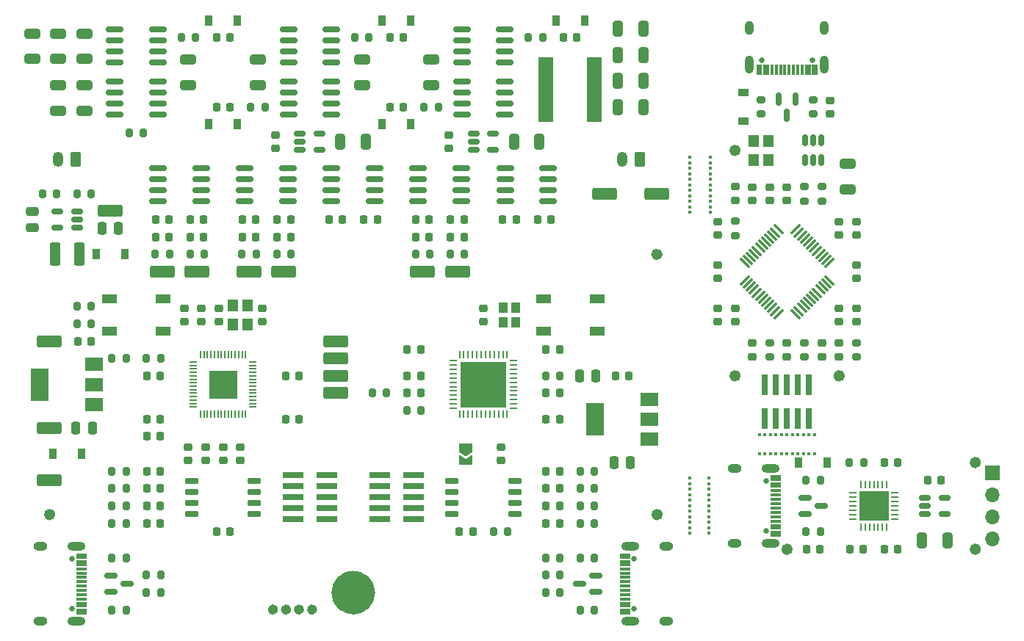
<source format=gbr>
G04 #@! TF.GenerationSoftware,KiCad,Pcbnew,(6.0.7)*
G04 #@! TF.CreationDate,2023-01-27T22:21:26-08:00*
G04 #@! TF.ProjectId,FcmlPanel,46636d6c-5061-46e6-956c-2e6b69636164,rev?*
G04 #@! TF.SameCoordinates,Original*
G04 #@! TF.FileFunction,Soldermask,Top*
G04 #@! TF.FilePolarity,Negative*
%FSLAX46Y46*%
G04 Gerber Fmt 4.6, Leading zero omitted, Abs format (unit mm)*
G04 Created by KiCad (PCBNEW (6.0.7)) date 2023-01-27 22:21:26*
%MOMM*%
%LPD*%
G01*
G04 APERTURE LIST*
G04 Aperture macros list*
%AMRoundRect*
0 Rectangle with rounded corners*
0 $1 Rounding radius*
0 $2 $3 $4 $5 $6 $7 $8 $9 X,Y pos of 4 corners*
0 Add a 4 corners polygon primitive as box body*
4,1,4,$2,$3,$4,$5,$6,$7,$8,$9,$2,$3,0*
0 Add four circle primitives for the rounded corners*
1,1,$1+$1,$2,$3*
1,1,$1+$1,$4,$5*
1,1,$1+$1,$6,$7*
1,1,$1+$1,$8,$9*
0 Add four rect primitives between the rounded corners*
20,1,$1+$1,$2,$3,$4,$5,0*
20,1,$1+$1,$4,$5,$6,$7,0*
20,1,$1+$1,$6,$7,$8,$9,0*
20,1,$1+$1,$8,$9,$2,$3,0*%
%AMFreePoly0*
4,1,6,1.000000,0.000000,0.500000,-0.750000,-0.500000,-0.750000,-0.500000,0.750000,0.500000,0.750000,1.000000,0.000000,1.000000,0.000000,$1*%
%AMFreePoly1*
4,1,6,0.500000,-0.750000,-0.650000,-0.750000,-0.150000,0.000000,-0.650000,0.750000,0.500000,0.750000,0.500000,-0.750000,0.500000,-0.750000,$1*%
G04 Aperture macros list end*
%ADD10C,0.700000*%
%ADD11C,0.650000*%
%ADD12C,2.500000*%
%ADD13RoundRect,0.225000X-0.250000X0.225000X-0.250000X-0.225000X0.250000X-0.225000X0.250000X0.225000X0*%
%ADD14RoundRect,0.225000X0.225000X0.250000X-0.225000X0.250000X-0.225000X-0.250000X0.225000X-0.250000X0*%
%ADD15RoundRect,0.150000X-0.825000X-0.150000X0.825000X-0.150000X0.825000X0.150000X-0.825000X0.150000X0*%
%ADD16RoundRect,0.218750X0.218750X0.256250X-0.218750X0.256250X-0.218750X-0.256250X0.218750X-0.256250X0*%
%ADD17RoundRect,0.150000X0.512500X0.150000X-0.512500X0.150000X-0.512500X-0.150000X0.512500X-0.150000X0*%
%ADD18RoundRect,0.250000X0.350000X0.625000X-0.350000X0.625000X-0.350000X-0.625000X0.350000X-0.625000X0*%
%ADD19O,1.200000X1.750000*%
%ADD20RoundRect,0.250000X-0.650000X0.325000X-0.650000X-0.325000X0.650000X-0.325000X0.650000X0.325000X0*%
%ADD21C,0.650000*%
%ADD22R,1.150000X0.300000*%
%ADD23O,1.600000X1.000000*%
%ADD24O,2.100000X1.000000*%
%ADD25RoundRect,0.225000X-0.225000X-0.250000X0.225000X-0.250000X0.225000X0.250000X-0.225000X0.250000X0*%
%ADD26FreePoly0,270.000000*%
%ADD27FreePoly1,270.000000*%
%ADD28RoundRect,0.200000X0.200000X0.275000X-0.200000X0.275000X-0.200000X-0.275000X0.200000X-0.275000X0*%
%ADD29RoundRect,0.150000X0.650000X0.150000X-0.650000X0.150000X-0.650000X-0.150000X0.650000X-0.150000X0*%
%ADD30RoundRect,0.200000X-0.200000X-0.275000X0.200000X-0.275000X0.200000X0.275000X-0.200000X0.275000X0*%
%ADD31RoundRect,0.250000X-0.250000X-0.475000X0.250000X-0.475000X0.250000X0.475000X-0.250000X0.475000X0*%
%ADD32R,2.400000X0.740000*%
%ADD33RoundRect,0.250000X-0.375000X-1.075000X0.375000X-1.075000X0.375000X1.075000X-0.375000X1.075000X0*%
%ADD34RoundRect,0.218750X-0.218750X-0.256250X0.218750X-0.256250X0.218750X0.256250X-0.218750X0.256250X0*%
%ADD35R,1.800000X1.100000*%
%ADD36RoundRect,0.150000X0.825000X0.150000X-0.825000X0.150000X-0.825000X-0.150000X0.825000X-0.150000X0*%
%ADD37RoundRect,0.250000X-0.325000X-0.650000X0.325000X-0.650000X0.325000X0.650000X-0.325000X0.650000X0*%
%ADD38RoundRect,0.250000X-1.175000X-0.450000X1.175000X-0.450000X1.175000X0.450000X-1.175000X0.450000X0*%
%ADD39RoundRect,0.225000X0.250000X-0.225000X0.250000X0.225000X-0.250000X0.225000X-0.250000X-0.225000X0*%
%ADD40R,1.800000X7.500000*%
%ADD41RoundRect,0.150000X-0.587500X-0.150000X0.587500X-0.150000X0.587500X0.150000X-0.587500X0.150000X0*%
%ADD42R,1.200000X1.400000*%
%ADD43C,1.152000*%
%ADD44RoundRect,0.250000X0.250000X0.475000X-0.250000X0.475000X-0.250000X-0.475000X0.250000X-0.475000X0*%
%ADD45RoundRect,0.150000X-0.512500X-0.150000X0.512500X-0.150000X0.512500X0.150000X-0.512500X0.150000X0*%
%ADD46R,0.900000X1.200000*%
%ADD47RoundRect,0.050000X0.387500X0.050000X-0.387500X0.050000X-0.387500X-0.050000X0.387500X-0.050000X0*%
%ADD48RoundRect,0.050000X0.050000X0.387500X-0.050000X0.387500X-0.050000X-0.387500X0.050000X-0.387500X0*%
%ADD49R,3.200000X3.200000*%
%ADD50RoundRect,0.250000X0.475000X-0.250000X0.475000X0.250000X-0.475000X0.250000X-0.475000X-0.250000X0*%
%ADD51RoundRect,0.150000X0.587500X0.150000X-0.587500X0.150000X-0.587500X-0.150000X0.587500X-0.150000X0*%
%ADD52R,2.000000X1.500000*%
%ADD53R,2.000000X3.800000*%
%ADD54R,1.000000X1.150000*%
%ADD55RoundRect,0.062500X-0.337500X-0.062500X0.337500X-0.062500X0.337500X0.062500X-0.337500X0.062500X0*%
%ADD56RoundRect,0.062500X-0.062500X-0.337500X0.062500X-0.337500X0.062500X0.337500X-0.062500X0.337500X0*%
%ADD57R,5.300000X5.300000*%
%ADD58C,0.380000*%
%ADD59RoundRect,0.200000X0.275000X-0.200000X0.275000X0.200000X-0.275000X0.200000X-0.275000X-0.200000X0*%
%ADD60RoundRect,0.218750X-0.256250X0.218750X-0.256250X-0.218750X0.256250X-0.218750X0.256250X0.218750X0*%
%ADD61RoundRect,0.250000X0.650000X-0.325000X0.650000X0.325000X-0.650000X0.325000X-0.650000X-0.325000X0*%
%ADD62RoundRect,0.150000X0.150000X-0.512500X0.150000X0.512500X-0.150000X0.512500X-0.150000X-0.512500X0*%
%ADD63RoundRect,0.150000X-0.150000X0.587500X-0.150000X-0.587500X0.150000X-0.587500X0.150000X0.587500X0*%
%ADD64RoundRect,0.200000X-0.275000X0.200000X-0.275000X-0.200000X0.275000X-0.200000X0.275000X0.200000X0*%
%ADD65RoundRect,0.218750X0.256250X-0.218750X0.256250X0.218750X-0.256250X0.218750X-0.256250X-0.218750X0*%
%ADD66R,0.740000X2.400000*%
%ADD67R,3.350000X3.350000*%
%ADD68RoundRect,0.250000X0.325000X0.650000X-0.325000X0.650000X-0.325000X-0.650000X0.325000X-0.650000X0*%
%ADD69R,0.300000X1.150000*%
%ADD70O,1.000000X2.100000*%
%ADD71O,1.000000X1.600000*%
%ADD72R,1.700000X1.700000*%
%ADD73O,1.700000X1.700000*%
%ADD74RoundRect,0.075000X-0.521491X0.415425X0.415425X-0.521491X0.521491X-0.415425X-0.415425X0.521491X0*%
%ADD75RoundRect,0.075000X-0.521491X-0.415425X-0.415425X-0.521491X0.521491X0.415425X0.415425X0.521491X0*%
%ADD76R,1.200000X0.900000*%
G04 APERTURE END LIST*
D10*
X56000000Y-170957228D02*
G75*
G03*
X56000000Y-170957228I-250000J0D01*
G01*
X59000000Y-170957228D02*
G75*
G03*
X59000000Y-170957228I-250000J0D01*
G01*
X60500000Y-170957228D02*
G75*
G03*
X60500000Y-170957228I-250000J0D01*
G01*
X57500000Y-170957228D02*
G75*
G03*
X57500000Y-170957228I-250000J0D01*
G01*
D11*
X100325000Y-130000000D02*
G75*
G03*
X100325000Y-130000000I-325000J0D01*
G01*
D12*
X66250000Y-169000000D02*
G75*
G03*
X66250000Y-169000000I-1250000J0D01*
G01*
D11*
X30325000Y-160000000D02*
G75*
G03*
X30325000Y-160000000I-325000J0D01*
G01*
X100350000Y-160000000D02*
G75*
G03*
X100350000Y-160000000I-325000J0D01*
G01*
X137032107Y-154000000D02*
G75*
G03*
X137032107Y-154000000I-325000J0D01*
G01*
X137032107Y-164000000D02*
G75*
G03*
X137032107Y-164000000I-325000J0D01*
G01*
X109325000Y-144000000D02*
G75*
G03*
X109325000Y-144000000I-325000J0D01*
G01*
X115325000Y-164000000D02*
G75*
G03*
X115325000Y-164000000I-325000J0D01*
G01*
X109325000Y-118000000D02*
G75*
G03*
X109325000Y-118000000I-325000J0D01*
G01*
X121325000Y-144000000D02*
G75*
G03*
X121325000Y-144000000I-325000J0D01*
G01*
D13*
X82000000Y-152225000D03*
X82000000Y-153775000D03*
D14*
X73775000Y-126000000D03*
X72225000Y-126000000D03*
D15*
X62505000Y-120095000D03*
X62505000Y-121365000D03*
X62505000Y-122635000D03*
X62505000Y-123905000D03*
X67455000Y-123905000D03*
X67455000Y-122635000D03*
X67455000Y-121365000D03*
X67455000Y-120095000D03*
D14*
X42775000Y-144000000D03*
X41225000Y-144000000D03*
X42775000Y-149000000D03*
X41225000Y-149000000D03*
D16*
X88787500Y-157000000D03*
X87212500Y-157000000D03*
D17*
X33137500Y-126950000D03*
X33137500Y-126000000D03*
X33137500Y-125050000D03*
X30862500Y-125050000D03*
X30862500Y-126950000D03*
D16*
X88787500Y-155000000D03*
X87212500Y-155000000D03*
D18*
X98000000Y-119000000D03*
D19*
X96000000Y-119000000D03*
D20*
X28000000Y-104525000D03*
X28000000Y-107475000D03*
D14*
X72775000Y-141000000D03*
X71225000Y-141000000D03*
D21*
X32605000Y-170890000D03*
X32605000Y-165110000D03*
D22*
X33670000Y-164650000D03*
X33670000Y-165450000D03*
X33670000Y-166750000D03*
X33670000Y-167750000D03*
X33670000Y-168250000D03*
X33670000Y-169250000D03*
X33670000Y-170550000D03*
X33670000Y-171350000D03*
X33670000Y-171050000D03*
X33670000Y-170250000D03*
X33670000Y-169750000D03*
X33670000Y-168750000D03*
X33670000Y-167250000D03*
X33670000Y-166250000D03*
X33670000Y-165750000D03*
X33670000Y-164950000D03*
D23*
X28925000Y-172320000D03*
D24*
X33105000Y-163680000D03*
D23*
X28925000Y-163680000D03*
D24*
X33105000Y-172320000D03*
D25*
X42225000Y-128000000D03*
X43775000Y-128000000D03*
D26*
X78000000Y-152275000D03*
D27*
X78000000Y-153725000D03*
D28*
X38825000Y-161000000D03*
X37175000Y-161000000D03*
D29*
X83600000Y-159905000D03*
X83600000Y-158635000D03*
X83600000Y-157365000D03*
X83600000Y-156095000D03*
X76400000Y-156095000D03*
X76400000Y-157365000D03*
X76400000Y-158635000D03*
X76400000Y-159905000D03*
D30*
X87175000Y-165000000D03*
X88825000Y-165000000D03*
D31*
X95050000Y-154000000D03*
X96950000Y-154000000D03*
D25*
X56225000Y-126000000D03*
X57775000Y-126000000D03*
D20*
X46000000Y-107525000D03*
X46000000Y-110475000D03*
D13*
X48000000Y-152225000D03*
X48000000Y-153775000D03*
D20*
X34000000Y-110525000D03*
X34000000Y-113475000D03*
D28*
X38825000Y-159000000D03*
X37175000Y-159000000D03*
D25*
X46225000Y-126000000D03*
X47775000Y-126000000D03*
D28*
X42825000Y-169000000D03*
X41175000Y-169000000D03*
X38825000Y-157000000D03*
X37175000Y-157000000D03*
D30*
X73175000Y-113000000D03*
X74825000Y-113000000D03*
D32*
X68050000Y-155460000D03*
X71950000Y-155460000D03*
X68050000Y-156730000D03*
X71950000Y-156730000D03*
X68050000Y-158000000D03*
X71950000Y-158000000D03*
X68050000Y-159270000D03*
X71950000Y-159270000D03*
X68050000Y-160540000D03*
X71950000Y-160540000D03*
D33*
X30600000Y-130000000D03*
X33400000Y-130000000D03*
D28*
X30825000Y-123000000D03*
X29175000Y-123000000D03*
D34*
X41212500Y-157000000D03*
X42787500Y-157000000D03*
D21*
X97395000Y-165110000D03*
X97395000Y-170890000D03*
D22*
X96330000Y-171350000D03*
X96330000Y-170550000D03*
X96330000Y-169250000D03*
X96330000Y-168250000D03*
X96330000Y-167750000D03*
X96330000Y-166750000D03*
X96330000Y-165450000D03*
X96330000Y-164650000D03*
X96330000Y-164950000D03*
X96330000Y-165750000D03*
X96330000Y-166250000D03*
X96330000Y-167250000D03*
X96330000Y-168750000D03*
X96330000Y-169750000D03*
X96330000Y-170250000D03*
X96330000Y-171050000D03*
D24*
X96895000Y-163680000D03*
D23*
X101075000Y-172320000D03*
D24*
X96895000Y-172320000D03*
D23*
X101075000Y-163680000D03*
D35*
X36900000Y-135150000D03*
X43100000Y-135150000D03*
X36900000Y-138850000D03*
X43100000Y-138850000D03*
D14*
X72775000Y-144000000D03*
X71225000Y-144000000D03*
D15*
X52505000Y-120095000D03*
X52505000Y-121365000D03*
X52505000Y-122635000D03*
X52505000Y-123905000D03*
X57455000Y-123905000D03*
X57455000Y-122635000D03*
X57455000Y-121365000D03*
X57455000Y-120095000D03*
D14*
X50775000Y-113000000D03*
X49225000Y-113000000D03*
D25*
X46225000Y-128000000D03*
X47775000Y-128000000D03*
D30*
X91175000Y-171000000D03*
X92825000Y-171000000D03*
D36*
X82475000Y-107905000D03*
X82475000Y-106635000D03*
X82475000Y-105365000D03*
X82475000Y-104095000D03*
X77525000Y-104095000D03*
X77525000Y-105365000D03*
X77525000Y-106635000D03*
X77525000Y-107905000D03*
D25*
X57225000Y-144000000D03*
X58775000Y-144000000D03*
D14*
X53775000Y-126000000D03*
X52225000Y-126000000D03*
D37*
X95525000Y-104000000D03*
X98475000Y-104000000D03*
D28*
X42825000Y-167000000D03*
X41175000Y-167000000D03*
D38*
X43000000Y-132000000D03*
D34*
X41212500Y-159000000D03*
X42787500Y-159000000D03*
D25*
X87225000Y-146000000D03*
X88775000Y-146000000D03*
D28*
X88825000Y-144000000D03*
X87175000Y-144000000D03*
X46825000Y-105000000D03*
X45175000Y-105000000D03*
D15*
X82505000Y-120095000D03*
X82505000Y-121365000D03*
X82505000Y-122635000D03*
X82505000Y-123905000D03*
X87455000Y-123905000D03*
X87455000Y-122635000D03*
X87455000Y-121365000D03*
X87455000Y-120095000D03*
D20*
X74000000Y-107525000D03*
X74000000Y-110475000D03*
D38*
X63000000Y-146000000D03*
D20*
X31000000Y-110525000D03*
X31000000Y-113475000D03*
D28*
X47825000Y-130000000D03*
X46175000Y-130000000D03*
X34825000Y-123000000D03*
X33175000Y-123000000D03*
D25*
X87225000Y-141000000D03*
X88775000Y-141000000D03*
D20*
X34000000Y-104525000D03*
X34000000Y-107475000D03*
D37*
X63525000Y-117000000D03*
X66475000Y-117000000D03*
D25*
X72225000Y-128000000D03*
X73775000Y-128000000D03*
X89225000Y-105000000D03*
X90775000Y-105000000D03*
D39*
X47500000Y-137775000D03*
X47500000Y-136225000D03*
D25*
X76225000Y-128000000D03*
X77775000Y-128000000D03*
D40*
X87200000Y-111000000D03*
X92800000Y-111000000D03*
D38*
X63000000Y-142000000D03*
X100000000Y-123000000D03*
D30*
X71175000Y-148000000D03*
X72825000Y-148000000D03*
D29*
X53600000Y-159905000D03*
X53600000Y-158635000D03*
X53600000Y-157365000D03*
X53600000Y-156095000D03*
X46400000Y-156095000D03*
X46400000Y-157365000D03*
X46400000Y-158635000D03*
X46400000Y-159905000D03*
D20*
X66000000Y-107525000D03*
X66000000Y-110475000D03*
D41*
X37062500Y-167050000D03*
X37062500Y-168950000D03*
X38937500Y-168000000D03*
D30*
X91175000Y-161000000D03*
X92825000Y-161000000D03*
D25*
X87225000Y-149000000D03*
X88775000Y-149000000D03*
D15*
X57525000Y-110095000D03*
X57525000Y-111365000D03*
X57525000Y-112635000D03*
X57525000Y-113905000D03*
X62475000Y-113905000D03*
X62475000Y-112635000D03*
X62475000Y-111365000D03*
X62475000Y-110095000D03*
D25*
X56225000Y-128000000D03*
X57775000Y-128000000D03*
D42*
X52850000Y-138100000D03*
X52850000Y-135900000D03*
X51150000Y-135900000D03*
X51150000Y-138100000D03*
D28*
X66825000Y-105000000D03*
X65175000Y-105000000D03*
X57825000Y-130000000D03*
X56175000Y-130000000D03*
D30*
X91175000Y-165000000D03*
X92825000Y-165000000D03*
D43*
X100000000Y-130000000D03*
D16*
X88787500Y-159000000D03*
X87212500Y-159000000D03*
D36*
X42475000Y-107905000D03*
X42475000Y-106635000D03*
X42475000Y-105365000D03*
X42475000Y-104095000D03*
X37525000Y-104095000D03*
X37525000Y-105365000D03*
X37525000Y-106635000D03*
X37525000Y-107905000D03*
D28*
X77825000Y-130000000D03*
X76175000Y-130000000D03*
D30*
X87175000Y-167000000D03*
X88825000Y-167000000D03*
D14*
X43775000Y-126000000D03*
X42225000Y-126000000D03*
D13*
X50000000Y-152225000D03*
X50000000Y-153775000D03*
D25*
X69225000Y-105000000D03*
X70775000Y-105000000D03*
D28*
X38825000Y-142000000D03*
X37175000Y-142000000D03*
X86825000Y-105000000D03*
X85175000Y-105000000D03*
D44*
X37950000Y-127000000D03*
X36050000Y-127000000D03*
D25*
X66225000Y-126000000D03*
X67775000Y-126000000D03*
D30*
X81175000Y-162000000D03*
X82825000Y-162000000D03*
D25*
X52225000Y-128000000D03*
X53775000Y-128000000D03*
D38*
X30000000Y-156000000D03*
D14*
X42775000Y-151000000D03*
X41225000Y-151000000D03*
D28*
X38825000Y-155000000D03*
X37175000Y-155000000D03*
D45*
X58862500Y-116050000D03*
X58862500Y-117000000D03*
X58862500Y-117950000D03*
X61137500Y-117950000D03*
X61137500Y-116050000D03*
D46*
X30350000Y-153000000D03*
X33650000Y-153000000D03*
D28*
X53825000Y-130000000D03*
X52175000Y-130000000D03*
D37*
X95525000Y-113000000D03*
X98475000Y-113000000D03*
D28*
X38825000Y-171000000D03*
X37175000Y-171000000D03*
D46*
X68350000Y-103000000D03*
X71650000Y-103000000D03*
D13*
X49500000Y-136225000D03*
X49500000Y-137775000D03*
D16*
X88787500Y-161000000D03*
X87212500Y-161000000D03*
D38*
X63000000Y-144000000D03*
D34*
X41212500Y-155000000D03*
X42787500Y-155000000D03*
D13*
X80000000Y-136225000D03*
X80000000Y-137775000D03*
D25*
X95225000Y-144000000D03*
X96775000Y-144000000D03*
D15*
X37525000Y-110095000D03*
X37525000Y-111365000D03*
X37525000Y-112635000D03*
X37525000Y-113905000D03*
X42475000Y-113905000D03*
X42475000Y-112635000D03*
X42475000Y-111365000D03*
X42475000Y-110095000D03*
X72505000Y-120095000D03*
X72505000Y-121365000D03*
X72505000Y-122635000D03*
X72505000Y-123905000D03*
X77455000Y-123905000D03*
X77455000Y-122635000D03*
X77455000Y-121365000D03*
X77455000Y-120095000D03*
D28*
X68825000Y-146000000D03*
X67175000Y-146000000D03*
D38*
X94000000Y-123000000D03*
D25*
X33225000Y-140000000D03*
X34775000Y-140000000D03*
D46*
X48350000Y-103000000D03*
X51650000Y-103000000D03*
D38*
X47000000Y-132000000D03*
X53000000Y-132000000D03*
D43*
X30000000Y-160000000D03*
D28*
X73825000Y-130000000D03*
X72175000Y-130000000D03*
D30*
X33175000Y-136000000D03*
X34825000Y-136000000D03*
D31*
X91050000Y-144000000D03*
X92950000Y-144000000D03*
D34*
X41212500Y-161000000D03*
X42787500Y-161000000D03*
D47*
X53437500Y-147600000D03*
X53437500Y-147200000D03*
X53437500Y-146800000D03*
X53437500Y-146400000D03*
X53437500Y-146000000D03*
X53437500Y-145600000D03*
X53437500Y-145200000D03*
X53437500Y-144800000D03*
X53437500Y-144400000D03*
X53437500Y-144000000D03*
X53437500Y-143600000D03*
X53437500Y-143200000D03*
X53437500Y-142800000D03*
X53437500Y-142400000D03*
D48*
X52600000Y-141562500D03*
X52200000Y-141562500D03*
X51800000Y-141562500D03*
X51400000Y-141562500D03*
X51000000Y-141562500D03*
X50600000Y-141562500D03*
X50200000Y-141562500D03*
X49800000Y-141562500D03*
X49400000Y-141562500D03*
X49000000Y-141562500D03*
X48600000Y-141562500D03*
X48200000Y-141562500D03*
X47800000Y-141562500D03*
X47400000Y-141562500D03*
D47*
X46562500Y-142400000D03*
X46562500Y-142800000D03*
X46562500Y-143200000D03*
X46562500Y-143600000D03*
X46562500Y-144000000D03*
X46562500Y-144400000D03*
X46562500Y-144800000D03*
X46562500Y-145200000D03*
X46562500Y-145600000D03*
X46562500Y-146000000D03*
X46562500Y-146400000D03*
X46562500Y-146800000D03*
X46562500Y-147200000D03*
X46562500Y-147600000D03*
D48*
X47400000Y-148437500D03*
X47800000Y-148437500D03*
X48200000Y-148437500D03*
X48600000Y-148437500D03*
X49000000Y-148437500D03*
X49400000Y-148437500D03*
X49800000Y-148437500D03*
X50200000Y-148437500D03*
X50600000Y-148437500D03*
X51000000Y-148437500D03*
X51400000Y-148437500D03*
X51800000Y-148437500D03*
X52200000Y-148437500D03*
X52600000Y-148437500D03*
D49*
X50000000Y-145000000D03*
D30*
X91175000Y-155000000D03*
X92825000Y-155000000D03*
D13*
X56000000Y-116225000D03*
X56000000Y-117775000D03*
D50*
X28000000Y-126950000D03*
X28000000Y-125050000D03*
D30*
X91175000Y-157000000D03*
X92825000Y-157000000D03*
D37*
X95525000Y-110000000D03*
X98475000Y-110000000D03*
D18*
X33000000Y-119000000D03*
D19*
X31000000Y-119000000D03*
D20*
X31000000Y-104525000D03*
X31000000Y-107475000D03*
D34*
X71212500Y-146000000D03*
X72787500Y-146000000D03*
D13*
X76000000Y-116225000D03*
X76000000Y-117775000D03*
D30*
X91175000Y-159000000D03*
X92825000Y-159000000D03*
D28*
X38825000Y-165000000D03*
X37175000Y-165000000D03*
D37*
X83525000Y-117000000D03*
X86475000Y-117000000D03*
D39*
X54500000Y-137775000D03*
X54500000Y-136225000D03*
D38*
X37000000Y-125000000D03*
D51*
X92937500Y-168950000D03*
X92937500Y-167050000D03*
X91062500Y-168000000D03*
D46*
X51650000Y-115000000D03*
X48350000Y-115000000D03*
D30*
X87175000Y-169000000D03*
X88825000Y-169000000D03*
D38*
X77000000Y-132000000D03*
D25*
X49225000Y-105000000D03*
X50775000Y-105000000D03*
D46*
X38650000Y-130000000D03*
X35350000Y-130000000D03*
D13*
X52000000Y-152225000D03*
X52000000Y-153775000D03*
D25*
X77225000Y-162000000D03*
X78775000Y-162000000D03*
D36*
X62475000Y-107905000D03*
X62475000Y-106635000D03*
X62475000Y-105365000D03*
X62475000Y-104095000D03*
X57525000Y-104095000D03*
X57525000Y-105365000D03*
X57525000Y-106635000D03*
X57525000Y-107905000D03*
D13*
X46000000Y-152225000D03*
X46000000Y-153775000D03*
D14*
X83775000Y-126000000D03*
X82225000Y-126000000D03*
D38*
X30000000Y-150000000D03*
D37*
X95525000Y-107000000D03*
X98475000Y-107000000D03*
D20*
X54000000Y-107525000D03*
X54000000Y-110475000D03*
D38*
X73000000Y-132000000D03*
D25*
X57225000Y-149000000D03*
X58775000Y-149000000D03*
D28*
X42825000Y-142000000D03*
X41175000Y-142000000D03*
D38*
X30000000Y-140000000D03*
D45*
X78862500Y-116050000D03*
X78862500Y-117000000D03*
X78862500Y-117950000D03*
X81137500Y-117950000D03*
X81137500Y-116050000D03*
D14*
X70775000Y-113000000D03*
X69225000Y-113000000D03*
D15*
X77525000Y-110095000D03*
X77525000Y-111365000D03*
X77525000Y-112635000D03*
X77525000Y-113905000D03*
X82475000Y-113905000D03*
X82475000Y-112635000D03*
X82475000Y-111365000D03*
X82475000Y-110095000D03*
D25*
X49225000Y-162000000D03*
X50775000Y-162000000D03*
D31*
X33050000Y-150000000D03*
X34950000Y-150000000D03*
D25*
X76225000Y-126000000D03*
X77775000Y-126000000D03*
D32*
X61950000Y-160540000D03*
X58050000Y-160540000D03*
X61950000Y-159270000D03*
X58050000Y-159270000D03*
X61950000Y-158000000D03*
X58050000Y-158000000D03*
X61950000Y-156730000D03*
X58050000Y-156730000D03*
X61950000Y-155460000D03*
X58050000Y-155460000D03*
D43*
X100025000Y-160000000D03*
D38*
X57000000Y-132000000D03*
D52*
X35150000Y-147300000D03*
X35150000Y-145000000D03*
D53*
X28850000Y-145000000D03*
D52*
X35150000Y-142700000D03*
D54*
X82300000Y-136125000D03*
X82300000Y-137875000D03*
X83700000Y-137875000D03*
X83700000Y-136125000D03*
D28*
X43825000Y-130000000D03*
X42175000Y-130000000D03*
D46*
X71650000Y-115000000D03*
X68350000Y-115000000D03*
D28*
X40825000Y-116000000D03*
X39175000Y-116000000D03*
D39*
X45500000Y-137775000D03*
X45500000Y-136225000D03*
D55*
X76550000Y-142250000D03*
X76550000Y-142750000D03*
X76550000Y-143250000D03*
X76550000Y-143750000D03*
X76550000Y-144250000D03*
X76550000Y-144750000D03*
X76550000Y-145250000D03*
X76550000Y-145750000D03*
X76550000Y-146250000D03*
X76550000Y-146750000D03*
X76550000Y-147250000D03*
X76550000Y-147750000D03*
D56*
X77250000Y-148450000D03*
X77750000Y-148450000D03*
X78250000Y-148450000D03*
X78750000Y-148450000D03*
X79250000Y-148450000D03*
X79750000Y-148450000D03*
X80250000Y-148450000D03*
X80750000Y-148450000D03*
X81250000Y-148450000D03*
X81750000Y-148450000D03*
X82250000Y-148450000D03*
X82750000Y-148450000D03*
D55*
X83450000Y-147750000D03*
X83450000Y-147250000D03*
X83450000Y-146750000D03*
X83450000Y-146250000D03*
X83450000Y-145750000D03*
X83450000Y-145250000D03*
X83450000Y-144750000D03*
X83450000Y-144250000D03*
X83450000Y-143750000D03*
X83450000Y-143250000D03*
X83450000Y-142750000D03*
X83450000Y-142250000D03*
D56*
X82750000Y-141550000D03*
X82250000Y-141550000D03*
X81750000Y-141550000D03*
X81250000Y-141550000D03*
X80750000Y-141550000D03*
X80250000Y-141550000D03*
X79750000Y-141550000D03*
X79250000Y-141550000D03*
X78750000Y-141550000D03*
X78250000Y-141550000D03*
X77750000Y-141550000D03*
X77250000Y-141550000D03*
D57*
X80000000Y-145000000D03*
D25*
X86225000Y-126000000D03*
X87775000Y-126000000D03*
D35*
X86900000Y-135150000D03*
X93100000Y-135150000D03*
X86900000Y-138850000D03*
X93100000Y-138850000D03*
D28*
X34825000Y-138000000D03*
X33175000Y-138000000D03*
D15*
X42525000Y-120095000D03*
X42525000Y-121365000D03*
X42525000Y-122635000D03*
X42525000Y-123905000D03*
X47475000Y-123905000D03*
X47475000Y-122635000D03*
X47475000Y-121365000D03*
X47475000Y-120095000D03*
D52*
X99150000Y-151300000D03*
D53*
X92850000Y-149000000D03*
D52*
X99150000Y-149000000D03*
X99150000Y-146700000D03*
D30*
X53175000Y-113000000D03*
X54825000Y-113000000D03*
D46*
X88350000Y-103000000D03*
X91650000Y-103000000D03*
D14*
X63775000Y-126000000D03*
X62225000Y-126000000D03*
D38*
X63000000Y-140000000D03*
D13*
X121000000Y-136225000D03*
X121000000Y-137775000D03*
D58*
X111825000Y-150810000D03*
X116270000Y-150810000D03*
X113730000Y-150810000D03*
X115000000Y-150810000D03*
X116905000Y-150810000D03*
X113095000Y-150810000D03*
X117540000Y-150810000D03*
X118175000Y-150810000D03*
X115635000Y-150810000D03*
X114365000Y-150810000D03*
X112460000Y-150810000D03*
D59*
X123000000Y-141825000D03*
X123000000Y-140175000D03*
D60*
X107000000Y-131212500D03*
X107000000Y-132787500D03*
D58*
X103810000Y-122000000D03*
X103810000Y-118825000D03*
X103810000Y-123905000D03*
X103810000Y-123270000D03*
X103810000Y-120095000D03*
X103810000Y-122635000D03*
X103810000Y-119460000D03*
X103810000Y-121365000D03*
X103810000Y-124540000D03*
X103810000Y-120730000D03*
X103810000Y-125175000D03*
D45*
X130862500Y-158050000D03*
X130862500Y-159000000D03*
X130862500Y-159950000D03*
X133137500Y-159950000D03*
X133137500Y-158050000D03*
D39*
X120000000Y-113775000D03*
X120000000Y-112225000D03*
D61*
X122000000Y-122475000D03*
X122000000Y-119525000D03*
D14*
X127775000Y-164000000D03*
X126225000Y-164000000D03*
D62*
X117050000Y-119137500D03*
X118000000Y-119137500D03*
X118950000Y-119137500D03*
X118950000Y-116862500D03*
X118000000Y-116862500D03*
X117050000Y-116862500D03*
D43*
X136707107Y-154000000D03*
D42*
X112850000Y-119100000D03*
X112850000Y-116900000D03*
X111150000Y-116900000D03*
X111150000Y-119100000D03*
D13*
X115000000Y-140225000D03*
X115000000Y-141775000D03*
X123000000Y-136225000D03*
X123000000Y-137775000D03*
D43*
X136707107Y-164000000D03*
D14*
X118775000Y-164000000D03*
X117225000Y-164000000D03*
D13*
X123000000Y-131225000D03*
X123000000Y-132775000D03*
D63*
X115950000Y-112062500D03*
X114050000Y-112062500D03*
X115000000Y-113937500D03*
D43*
X109000000Y-144000000D03*
D64*
X109000000Y-126175000D03*
X109000000Y-127825000D03*
D13*
X107000000Y-136225000D03*
X107000000Y-137775000D03*
X113000000Y-122225000D03*
X113000000Y-123775000D03*
X111000000Y-122225000D03*
X111000000Y-123775000D03*
D28*
X118825000Y-162000000D03*
X117175000Y-162000000D03*
D34*
X126212500Y-154000000D03*
X127787500Y-154000000D03*
D28*
X118825000Y-156000000D03*
X117175000Y-156000000D03*
D41*
X117062500Y-158050000D03*
X117062500Y-159950000D03*
X118937500Y-159000000D03*
D65*
X111000000Y-141787500D03*
X111000000Y-140212500D03*
D58*
X103810000Y-161540000D03*
X103810000Y-157095000D03*
X103810000Y-162175000D03*
X103810000Y-159635000D03*
X103810000Y-157730000D03*
X103810000Y-158365000D03*
X103810000Y-160905000D03*
X103810000Y-155825000D03*
X103810000Y-156460000D03*
X103810000Y-160270000D03*
X103810000Y-159000000D03*
D13*
X109000000Y-136225000D03*
X109000000Y-137775000D03*
D25*
X131225000Y-156000000D03*
X132775000Y-156000000D03*
D43*
X115000000Y-164000000D03*
D58*
X117540000Y-153000000D03*
X113095000Y-153000000D03*
X115000000Y-153000000D03*
X114365000Y-153000000D03*
X118175000Y-153000000D03*
X115635000Y-153000000D03*
X116270000Y-153000000D03*
X116905000Y-153000000D03*
X111825000Y-153000000D03*
X112460000Y-153000000D03*
X113730000Y-153000000D03*
D66*
X117540000Y-145050000D03*
X117540000Y-148950000D03*
X116270000Y-145050000D03*
X116270000Y-148950000D03*
X115000000Y-145050000D03*
X115000000Y-148950000D03*
X113730000Y-145050000D03*
X113730000Y-148950000D03*
X112460000Y-145050000D03*
X112460000Y-148950000D03*
D55*
X122550000Y-157500000D03*
X122550000Y-158000000D03*
X122550000Y-158500000D03*
X122550000Y-159000000D03*
X122550000Y-159500000D03*
X122550000Y-160000000D03*
X122550000Y-160500000D03*
D56*
X123500000Y-161450000D03*
X124000000Y-161450000D03*
X124500000Y-161450000D03*
X125000000Y-161450000D03*
X125500000Y-161450000D03*
X126000000Y-161450000D03*
X126500000Y-161450000D03*
D55*
X127450000Y-160500000D03*
X127450000Y-160000000D03*
X127450000Y-159500000D03*
X127450000Y-159000000D03*
X127450000Y-158500000D03*
X127450000Y-158000000D03*
X127450000Y-157500000D03*
D56*
X126500000Y-156550000D03*
X126000000Y-156550000D03*
X125500000Y-156550000D03*
X125000000Y-156550000D03*
X124500000Y-156550000D03*
X124000000Y-156550000D03*
X123500000Y-156550000D03*
D67*
X125000000Y-159000000D03*
D68*
X133475000Y-163000000D03*
X130525000Y-163000000D03*
D64*
X119000000Y-122175000D03*
X119000000Y-123825000D03*
D60*
X123000000Y-126212500D03*
X123000000Y-127787500D03*
D59*
X112000000Y-113825000D03*
X112000000Y-112175000D03*
D21*
X117890000Y-107605000D03*
X112110000Y-107605000D03*
D69*
X118350000Y-108670000D03*
X117550000Y-108670000D03*
X116250000Y-108670000D03*
X115250000Y-108670000D03*
X114750000Y-108670000D03*
X113750000Y-108670000D03*
X112450000Y-108670000D03*
X111650000Y-108670000D03*
X111950000Y-108670000D03*
X112750000Y-108670000D03*
X113250000Y-108670000D03*
X114250000Y-108670000D03*
X115750000Y-108670000D03*
X116750000Y-108670000D03*
X117250000Y-108670000D03*
X118050000Y-108670000D03*
D70*
X110680000Y-108105000D03*
D71*
X110680000Y-103925000D03*
D70*
X119320000Y-108105000D03*
D71*
X119320000Y-103925000D03*
D58*
X106190000Y-119460000D03*
X106190000Y-120095000D03*
X106190000Y-120730000D03*
X106190000Y-123270000D03*
X106190000Y-123905000D03*
X106190000Y-125175000D03*
X106190000Y-121365000D03*
X106190000Y-122635000D03*
X106190000Y-118825000D03*
X106190000Y-122000000D03*
X106190000Y-124540000D03*
X106000000Y-155825000D03*
X106000000Y-160270000D03*
X106000000Y-159000000D03*
X106000000Y-157730000D03*
X106000000Y-159635000D03*
X106000000Y-162175000D03*
X106000000Y-156460000D03*
X106000000Y-161540000D03*
X106000000Y-158365000D03*
X106000000Y-160905000D03*
X106000000Y-157095000D03*
D72*
X138707107Y-155200000D03*
D73*
X138707107Y-157740000D03*
X138707107Y-160280000D03*
X138707107Y-162820000D03*
D65*
X121000000Y-141787500D03*
X121000000Y-140212500D03*
D74*
X114001212Y-127112124D03*
X113647658Y-127465678D03*
X113294105Y-127819231D03*
X112940551Y-128172785D03*
X112586998Y-128526338D03*
X112233445Y-128879891D03*
X111879891Y-129233445D03*
X111526338Y-129586998D03*
X111172785Y-129940551D03*
X110819231Y-130294105D03*
X110465678Y-130647658D03*
X110112124Y-131001212D03*
D75*
X110112124Y-132998788D03*
X110465678Y-133352342D03*
X110819231Y-133705895D03*
X111172785Y-134059449D03*
X111526338Y-134413002D03*
X111879891Y-134766555D03*
X112233445Y-135120109D03*
X112586998Y-135473662D03*
X112940551Y-135827215D03*
X113294105Y-136180769D03*
X113647658Y-136534322D03*
X114001212Y-136887876D03*
D74*
X115998788Y-136887876D03*
X116352342Y-136534322D03*
X116705895Y-136180769D03*
X117059449Y-135827215D03*
X117413002Y-135473662D03*
X117766555Y-135120109D03*
X118120109Y-134766555D03*
X118473662Y-134413002D03*
X118827215Y-134059449D03*
X119180769Y-133705895D03*
X119534322Y-133352342D03*
X119887876Y-132998788D03*
D75*
X119887876Y-131001212D03*
X119534322Y-130647658D03*
X119180769Y-130294105D03*
X118827215Y-129940551D03*
X118473662Y-129586998D03*
X118120109Y-129233445D03*
X117766555Y-128879891D03*
X117413002Y-128526338D03*
X117059449Y-128172785D03*
X116705895Y-127819231D03*
X116352342Y-127465678D03*
X115998788Y-127112124D03*
D13*
X107000000Y-126225000D03*
X107000000Y-127775000D03*
D21*
X112605000Y-161890000D03*
X112605000Y-156110000D03*
D22*
X113670000Y-155650000D03*
X113670000Y-156450000D03*
X113670000Y-157750000D03*
X113670000Y-158750000D03*
X113670000Y-159250000D03*
X113670000Y-160250000D03*
X113670000Y-161550000D03*
X113670000Y-162350000D03*
X113670000Y-162050000D03*
X113670000Y-161250000D03*
X113670000Y-160750000D03*
X113670000Y-159750000D03*
X113670000Y-158250000D03*
X113670000Y-157250000D03*
X113670000Y-156750000D03*
X113670000Y-155950000D03*
D24*
X113105000Y-163320000D03*
D23*
X108925000Y-163320000D03*
X108925000Y-154680000D03*
D24*
X113105000Y-154680000D03*
D43*
X109000000Y-118000000D03*
D60*
X109000000Y-122212500D03*
X109000000Y-123787500D03*
D43*
X121000000Y-144000000D03*
D39*
X121000000Y-127775000D03*
X121000000Y-126225000D03*
D28*
X123825000Y-154000000D03*
X122175000Y-154000000D03*
D59*
X113000000Y-141825000D03*
X113000000Y-140175000D03*
D65*
X119000000Y-141787500D03*
X119000000Y-140212500D03*
D25*
X122225000Y-164000000D03*
X123775000Y-164000000D03*
D59*
X118000000Y-113825000D03*
X118000000Y-112175000D03*
X117000000Y-141825000D03*
X117000000Y-140175000D03*
D76*
X110000000Y-111350000D03*
X110000000Y-114650000D03*
D46*
X116350000Y-154000000D03*
X119650000Y-154000000D03*
D59*
X117000000Y-123825000D03*
X117000000Y-122175000D03*
D39*
X115000000Y-123775000D03*
X115000000Y-122225000D03*
M02*

</source>
